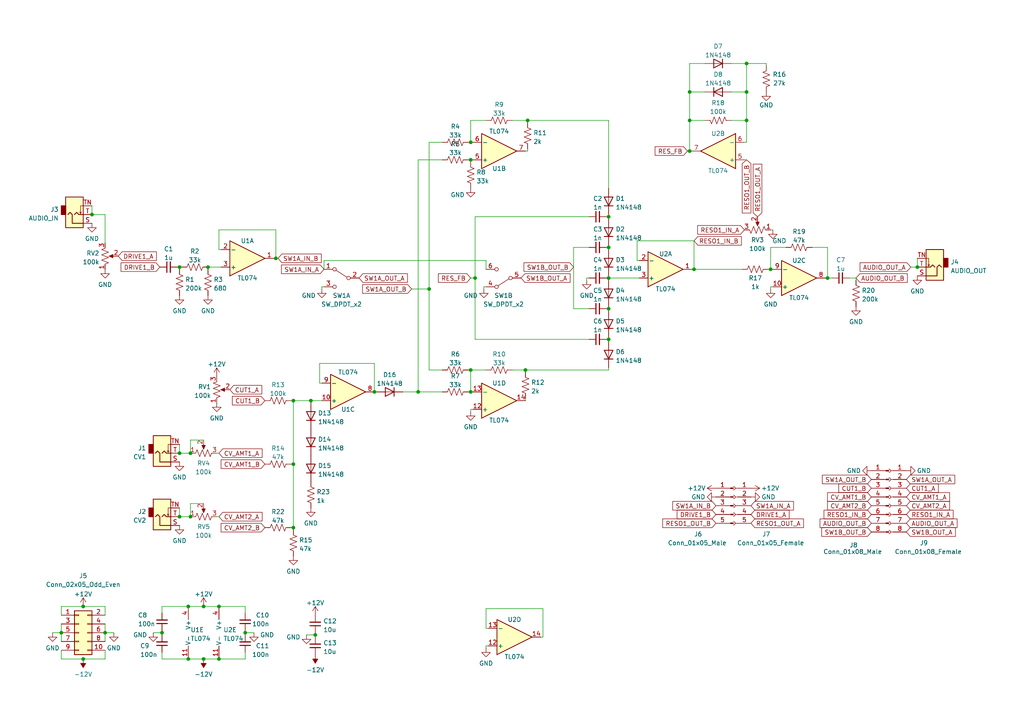
<source format=kicad_sch>
(kicad_sch (version 20211123) (generator eeschema)
  (paper "A4")
  (title_block (title "Moritz Klein Diode Ladder VCF") (rev "1") (company "Drachma Mfg"))
  (lib_symbols
    (symbol "Amplifier_Operational:TL074" (pin_names (offset 0.127))
      (property "Reference" "U" (at 0 5.08 0))
      (property "Value" "TL074" (at 0 -5.08 0))
      (symbol "TL074_1_1"
        (pin output line (at 7.62 0 180) (length 2.54) (name "~") (number "1"))
        (pin input line (at -7.62 -2.54 0) (length 2.54) (name "-") (number "2"))
        (pin input line (at -7.62 2.54 0) (length 2.54) (name "+") (number "3"))
      )
      (symbol "TL074_2_1"
        (pin input line (at -7.62 2.54 0) (length 2.54) (name "+") (number "5"))
        (pin input line (at -7.62 -2.54 0) (length 2.54) (name "-") (number "6"))
        (pin output line (at 7.62 0 180) (length 2.54) (name "~") (number "7"))
      )
      (symbol "TL074_3_1"
        (pin input line (at -7.62 2.54 0) (length 2.54) (name "+") (number "10"))
        (pin output line (at 7.62 0 180) (length 2.54) (name "~") (number "8"))
        (pin input line (at -7.62 -2.54 0) (length 2.54) (name "-") (number "9"))
      )
      (symbol "TL074_4_1"
        (pin input line (at -7.62 2.54 0) (length 2.54) (name "+") (number "12"))
        (pin input line (at -7.62 -2.54 0) (length 2.54) (name "-") (number "13"))
        (pin output line (at 7.62 0 180) (length 2.54) (name "~") (number "14"))
      )
      (symbol "TL074_5_1"
        (pin power_in line (at -2.54 -7.62 90) (length 3.81) (name "V-") (number "11"))
        (pin power_in line (at -2.54 7.62 270) (length 3.81) (name "V+") (number "4"))
      )
    )
    (symbol "Connector:AudioJack2_SwitchT"
      (property "Reference" "J" (at 0 8.89 0))
      (property "Value" "AudioJack2_SwitchT" (at 0 6.35 0))
      (symbol "AudioJack2_SwitchT_1_1"
        (pin passive line (at 5.08 2.54 180) (length 2.54) (name "~") (number "S"))
        (pin passive line (at 5.08 0 180) (length 2.54) (name "~") (number "T"))
        (pin passive line (at 5.08 -2.54 180) (length 2.54) (name "~") (number "TN"))
      )
    )
    (symbol "Connector:Conn_01x05_Female" (pin_names (offset 1.016) hide)
      (property "Reference" "J" (at 0 7.62 0))
      (property "Value" "Conn_01x05_Female" (at 0 -7.62 0))
      (symbol "Conn_01x05_Female_1_1"
        (pin passive line (at -5.08 5.08 0) (length 3.81) (name "Pin_1") (number "1"))
        (pin passive line (at -5.08 2.54 0) (length 3.81) (name "Pin_2") (number "2"))
        (pin passive line (at -5.08 0 0) (length 3.81) (name "Pin_3") (number "3"))
        (pin passive line (at -5.08 -2.54 0) (length 3.81) (name "Pin_4") (number "4"))
        (pin passive line (at -5.08 -5.08 0) (length 3.81) (name "Pin_5") (number "5"))
      )
    )
    (symbol "Connector:Conn_01x05_Male" (pin_names (offset 1.016) hide)
      (property "Reference" "J" (at 0 7.62 0))
      (property "Value" "Conn_01x05_Male" (at 0 -7.62 0))
      (symbol "Conn_01x05_Male_1_1"
        (pin passive line (at 5.08 5.08 180) (length 3.81) (name "Pin_1") (number "1"))
        (pin passive line (at 5.08 2.54 180) (length 3.81) (name "Pin_2") (number "2"))
        (pin passive line (at 5.08 0 180) (length 3.81) (name "Pin_3") (number "3"))
        (pin passive line (at 5.08 -2.54 180) (length 3.81) (name "Pin_4") (number "4"))
        (pin passive line (at 5.08 -5.08 180) (length 3.81) (name "Pin_5") (number "5"))
      )
    )
    (symbol "Connector:Conn_01x08_Female" (pin_names (offset 1.016) hide)
      (property "Reference" "J" (at 0 10.16 0))
      (property "Value" "Conn_01x08_Female" (at 0 -12.7 0))
      (symbol "Conn_01x08_Female_1_1"
        (pin passive line (at -5.08 7.62 0) (length 3.81) (name "Pin_1") (number "1"))
        (pin passive line (at -5.08 5.08 0) (length 3.81) (name "Pin_2") (number "2"))
        (pin passive line (at -5.08 2.54 0) (length 3.81) (name "Pin_3") (number "3"))
        (pin passive line (at -5.08 0 0) (length 3.81) (name "Pin_4") (number "4"))
        (pin passive line (at -5.08 -2.54 0) (length 3.81) (name "Pin_5") (number "5"))
        (pin passive line (at -5.08 -5.08 0) (length 3.81) (name "Pin_6") (number "6"))
        (pin passive line (at -5.08 -7.62 0) (length 3.81) (name "Pin_7") (number "7"))
        (pin passive line (at -5.08 -10.16 0) (length 3.81) (name "Pin_8") (number "8"))
      )
    )
    (symbol "Connector:Conn_01x08_Male" (pin_names (offset 1.016) hide)
      (property "Reference" "J" (at 0 10.16 0))
      (property "Value" "Conn_01x08_Male" (at 0 -12.7 0))
      (symbol "Conn_01x08_Male_1_1"
        (pin passive line (at 5.08 7.62 180) (length 3.81) (name "Pin_1") (number "1"))
        (pin passive line (at 5.08 5.08 180) (length 3.81) (name "Pin_2") (number "2"))
        (pin passive line (at 5.08 2.54 180) (length 3.81) (name "Pin_3") (number "3"))
        (pin passive line (at 5.08 0 180) (length 3.81) (name "Pin_4") (number "4"))
        (pin passive line (at 5.08 -2.54 180) (length 3.81) (name "Pin_5") (number "5"))
        (pin passive line (at 5.08 -5.08 180) (length 3.81) (name "Pin_6") (number "6"))
        (pin passive line (at 5.08 -7.62 180) (length 3.81) (name "Pin_7") (number "7"))
        (pin passive line (at 5.08 -10.16 180) (length 3.81) (name "Pin_8") (number "8"))
      )
    )
    (symbol "Connector_Generic:Conn_02x05_Odd_Even" (pin_names (offset 1.016) hide)
      (property "Reference" "J" (at 1.27 7.62 0))
      (property "Value" "Conn_02x05_Odd_Even" (at 1.27 -7.62 0))
      (symbol "Conn_02x05_Odd_Even_1_1"
        (pin passive line (at -5.08 5.08 0) (length 3.81) (name "Pin_1") (number "1"))
        (pin passive line (at 7.62 -5.08 180) (length 3.81) (name "Pin_10") (number "10"))
        (pin passive line (at 7.62 5.08 180) (length 3.81) (name "Pin_2") (number "2"))
        (pin passive line (at -5.08 2.54 0) (length 3.81) (name "Pin_3") (number "3"))
        (pin passive line (at 7.62 2.54 180) (length 3.81) (name "Pin_4") (number "4"))
        (pin passive line (at -5.08 0 0) (length 3.81) (name "Pin_5") (number "5"))
        (pin passive line (at 7.62 0 180) (length 3.81) (name "Pin_6") (number "6"))
        (pin passive line (at -5.08 -2.54 0) (length 3.81) (name "Pin_7") (number "7"))
        (pin passive line (at 7.62 -2.54 180) (length 3.81) (name "Pin_8") (number "8"))
        (pin passive line (at -5.08 -5.08 0) (length 3.81) (name "Pin_9") (number "9"))
      )
    )
    (symbol "Device:C_Small" (pin_numbers hide) (pin_names (offset 0.254) hide)
      (property "Reference" "C" (at 0.254 1.778 0))
      (property "Value" "C_Small" (at 0.254 -2.032 0))
      (symbol "C_Small_1_1"
        (pin passive line (at 0 2.54 270) (length 2.032) (name "~") (number "1"))
        (pin passive line (at 0 -2.54 90) (length 2.032) (name "~") (number "2"))
      )
    )
    (symbol "Device:D" (pin_numbers hide) (pin_names (offset 1.016) hide)
      (property "Reference" "D" (at 0 2.54 0))
      (property "Value" "D" (at 0 -2.54 0))
      (symbol "D_1_1"
        (pin passive line (at -3.81 0 0) (length 2.54) (name "K") (number "1"))
        (pin passive line (at 3.81 0 180) (length 2.54) (name "A") (number "2"))
      )
    )
    (symbol "Device:R_Potentiometer_US" (pin_names (offset 1.016) hide)
      (property "Reference" "RV" (at -4.445 0 90))
      (property "Value" "R_Potentiometer_US" (at -2.54 0 90))
      (symbol "R_Potentiometer_US_1_1"
        (pin passive line (at 0 3.81 270) (length 1.27) (name "1") (number "1"))
        (pin passive line (at 3.81 0 180) (length 1.27) (name "2") (number "2"))
        (pin passive line (at 0 -3.81 90) (length 1.27) (name "3") (number "3"))
      )
    )
    (symbol "Device:R_US" (pin_numbers hide) (pin_names (offset 0))
      (property "Reference" "R" (at 2.54 0 90))
      (property "Value" "R_US" (at -2.54 0 90))
      (symbol "R_US_1_1"
        (pin passive line (at 0 3.81 270) (length 1.27) (name "~") (number "1"))
        (pin passive line (at 0 -3.81 90) (length 1.27) (name "~") (number "2"))
      )
    )
    (symbol "Switch:SW_DPDT_x2" (pin_names (offset 0) hide)
      (property "Reference" "SW" (at 0 4.318 0))
      (property "Value" "SW_DPDT_x2" (at 0 -5.08 0))
      (symbol "SW_DPDT_x2_1_1"
        (pin passive line (at 5.08 2.54 180) (length 2.54) (name "A") (number "1"))
        (pin passive line (at -5.08 0 0) (length 2.54) (name "B") (number "2"))
        (pin passive line (at 5.08 -2.54 180) (length 2.54) (name "C") (number "3"))
      )
      (symbol "SW_DPDT_x2_2_1"
        (pin passive line (at 5.08 2.54 180) (length 2.54) (name "A") (number "4"))
        (pin passive line (at -5.08 0 0) (length 2.54) (name "B") (number "5"))
        (pin passive line (at 5.08 -2.54 180) (length 2.54) (name "C") (number "6"))
      )
    )
    (symbol "power:+12V" (power) (pin_names (offset 0))
      (property "Value" "+12V" (at 0 3.556 0))
      (symbol "+12V_1_1"
        (pin power_in line (at 0 0 90) (length 0) hide (name "+12V") (number "1"))
      )
    )
    (symbol "power:-12V" (power) (pin_names (offset 0))
      (property "Value" "-12V" (at 0 3.81 0))
      (symbol "-12V_0_0"
        (pin power_in line (at 0 0 90) (length 0) hide (name "-12V") (number "1"))
      )
    )
    (symbol "power:GND" (power) (pin_names (offset 0))
      (property "Value" "GND" (at 0 -3.81 0))
      (symbol "GND_1_1"
        (pin power_in line (at 0 0 270) (length 0) hide (name "GND") (number "1"))
      )
    )
  )
  (junction (at 55.245 149.86))
  (junction (at 136.525 107.315))
  (junction (at 201.295 78.105))
  (junction (at 59.055 191.135))
  (junction (at 52.07 149.86))
  (junction (at 60.325 77.47))
  (junction (at 59.055 175.895))
  (junction (at 30.48 183.515))
  (junction (at 63.5 191.135))
  (junction (at 54.61 175.895))
  (junction (at 200.025 34.925))
  (junction (at 153.035 34.925))
  (junction (at 52.07 131.445))
  (junction (at 54.61 191.135))
  (junction (at 85.09 116.205))
  (junction (at 216.535 34.925))
  (junction (at 46.99 183.515))
  (junction (at 85.09 153.035))
  (junction (at 124.46 83.82))
  (junction (at 136.525 46.355))
  (junction (at 137.795 80.645))
  (junction (at 63.5 175.895))
  (junction (at 216.535 18.415))
  (junction (at 240.03 80.645))
  (junction (at 24.13 175.895))
  (junction (at 108.585 113.665))
  (junction (at 121.285 113.665))
  (junction (at 85.09 134.62))
  (junction (at 176.53 62.865))
  (junction (at 91.44 184.15))
  (junction (at 90.17 116.205))
  (junction (at 176.53 71.755))
  (junction (at 200.025 26.67))
  (junction (at 80.01 74.93))
  (junction (at 176.53 98.425))
  (junction (at 266.065 77.47))
  (junction (at 216.535 26.67))
  (junction (at 200.025 43.815))
  (junction (at 71.12 183.515))
  (junction (at 176.53 89.535))
  (junction (at 136.525 113.665))
  (junction (at 26.67 62.23))
  (junction (at 17.78 183.515))
  (junction (at 176.53 80.645))
  (junction (at 52.07 77.47))
  (junction (at 136.525 41.275))
  (junction (at 55.245 131.445))
  (junction (at 152.4 107.315))
  (junction (at 223.52 78.105))
  (junction (at 24.13 191.135))
  (wire (pts (xy 152.4 107.315) (xy 152.4 107.95)))
  (wire (pts (xy 141.605 187.325) (xy 140.97 187.325)))
  (wire (pts (xy 17.78 180.975) (xy 17.78 183.515)))
  (wire (pts (xy 176.53 106.68) (xy 176.53 107.315)))
  (wire (pts (xy 137.795 80.645) (xy 137.795 98.425)))
  (wire (pts (xy 93.98 75.565) (xy 140.97 75.565)))
  (wire (pts (xy 92.71 105.41) (xy 108.585 105.41)))
  (wire (pts (xy 46.99 177.8) (xy 46.99 175.895)))
  (wire (pts (xy 137.16 118.745) (xy 136.525 118.745)))
  (wire (pts (xy 63.5 175.895) (xy 71.12 175.895)))
  (wire (pts (xy 52.07 77.47) (xy 52.07 78.105)))
  (wire (pts (xy 80.01 74.93) (xy 79.375 74.93)))
  (wire (pts (xy 62.865 131.445) (xy 63.5 131.445)))
  (wire (pts (xy 176.53 97.79) (xy 176.53 98.425)))
  (wire (pts (xy 157.48 176.53) (xy 157.48 184.785)))
  (wire (pts (xy 30.48 180.975) (xy 30.48 183.515)))
  (wire (pts (xy 215.9 41.275) (xy 216.535 41.275)))
  (wire (pts (xy 63.5 66.675) (xy 63.5 72.39)))
  (wire (pts (xy 201.295 78.105) (xy 215.265 78.105)))
  (wire (pts (xy 175.895 62.865) (xy 176.53 62.865)))
  (wire (pts (xy 140.97 187.325) (xy 140.97 187.96)))
  (wire (pts (xy 136.525 107.315) (xy 140.97 107.315)))
  (wire (pts (xy 17.78 191.135) (xy 17.78 188.595)))
  (wire (pts (xy 30.48 191.135) (xy 24.13 191.135)))
  (wire (pts (xy 108.585 105.41) (xy 108.585 113.665)))
  (wire (pts (xy 85.09 116.205) (xy 90.17 116.205)))
  (wire (pts (xy 136.525 80.645) (xy 137.795 80.645)))
  (wire (pts (xy 52.07 149.86) (xy 55.245 149.86)))
  (wire (pts (xy 136.525 113.665) (xy 136.525 107.315)))
  (wire (pts (xy 30.48 183.515) (xy 33.02 183.515)))
  (wire (pts (xy 63.5 72.39) (xy 64.135 72.39)))
  (wire (pts (xy 54.61 175.895) (xy 59.055 175.895)))
  (wire (pts (xy 140.97 176.53) (xy 157.48 176.53)))
  (wire (pts (xy 84.455 134.62) (xy 85.09 134.62)))
  (wire (pts (xy 124.46 83.82) (xy 124.46 107.315)))
  (wire (pts (xy 85.09 153.035) (xy 85.09 153.67)))
  (wire (pts (xy 63.5 191.135) (xy 71.12 191.135)))
  (wire (pts (xy 136.525 113.665) (xy 137.16 113.665)))
  (wire (pts (xy 200.025 26.67) (xy 200.025 34.925)))
  (wire (pts (xy 216.535 34.925) (xy 212.09 34.925)))
  (wire (pts (xy 148.59 34.925) (xy 153.035 34.925)))
  (wire (pts (xy 135.89 41.275) (xy 136.525 41.275)))
  (wire (pts (xy 200.025 18.415) (xy 200.025 26.67)))
  (wire (pts (xy 176.53 88.9) (xy 176.53 89.535)))
  (wire (pts (xy 93.345 83.185) (xy 93.345 83.82)))
  (wire (pts (xy 175.895 89.535) (xy 176.53 89.535)))
  (wire (pts (xy 135.89 113.665) (xy 136.525 113.665)))
  (wire (pts (xy 153.035 43.815) (xy 152.4 43.815)))
  (wire (pts (xy 153.035 34.925) (xy 153.035 35.56)))
  (wire (pts (xy 116.84 113.665) (xy 121.285 113.665)))
  (wire (pts (xy 166.37 89.535) (xy 170.815 89.535)))
  (wire (pts (xy 264.16 77.47) (xy 266.065 77.47)))
  (wire (pts (xy 92.71 111.125) (xy 93.345 111.125)))
  (wire (pts (xy 152.4 115.57) (xy 152.4 116.205)))
  (wire (pts (xy 175.895 80.645) (xy 176.53 80.645)))
  (wire (pts (xy 137.795 62.865) (xy 137.795 80.645)))
  (wire (pts (xy 52.07 147.32) (xy 52.07 149.86)))
  (wire (pts (xy 59.055 191.135) (xy 63.5 191.135)))
  (wire (pts (xy 140.97 176.53) (xy 140.97 182.245)))
  (wire (pts (xy 135.89 107.315) (xy 136.525 107.315)))
  (wire (pts (xy 136.525 41.275) (xy 137.16 41.275)))
  (wire (pts (xy 176.53 71.755) (xy 176.53 72.39)))
  (wire (pts (xy 128.27 41.275) (xy 124.46 41.275)))
  (wire (pts (xy 62.865 149.86) (xy 63.5 149.86)))
  (wire (pts (xy 71.12 183.515) (xy 71.12 184.15)))
  (wire (pts (xy 223.52 71.755) (xy 227.965 71.755)))
  (wire (pts (xy 201.295 69.85) (xy 201.295 78.105)))
  (wire (pts (xy 215.9 46.355) (xy 216.535 46.355)))
  (wire (pts (xy 204.47 26.67) (xy 200.025 26.67)))
  (wire (pts (xy 216.535 18.415) (xy 212.09 18.415)))
  (wire (pts (xy 176.53 80.645) (xy 185.42 80.645)))
  (wire (pts (xy 175.895 71.755) (xy 176.53 71.755)))
  (wire (pts (xy 223.52 66.675) (xy 224.155 66.675)))
  (wire (pts (xy 108.585 113.665) (xy 109.22 113.665)))
  (wire (pts (xy 204.47 18.415) (xy 200.025 18.415)))
  (wire (pts (xy 60.325 77.47) (xy 64.135 77.47)))
  (wire (pts (xy 176.53 71.12) (xy 176.53 71.755)))
  (wire (pts (xy 80.01 66.675) (xy 80.01 74.93)))
  (wire (pts (xy 140.97 182.245) (xy 141.605 182.245)))
  (wire (pts (xy 223.52 83.185) (xy 223.52 83.82)))
  (wire (pts (xy 52.07 128.905) (xy 52.07 131.445)))
  (wire (pts (xy 80.01 74.93) (xy 80.645 74.93)))
  (wire (pts (xy 135.89 46.355) (xy 136.525 46.355)))
  (wire (pts (xy 46.99 189.23) (xy 46.99 191.135)))
  (wire (pts (xy 24.13 175.895) (xy 17.78 175.895)))
  (wire (pts (xy 136.525 46.355) (xy 137.16 46.355)))
  (wire (pts (xy 51.435 77.47) (xy 52.07 77.47)))
  (wire (pts (xy 92.71 105.41) (xy 92.71 111.125)))
  (wire (pts (xy 184.785 75.565) (xy 185.42 75.565)))
  (wire (pts (xy 223.52 78.105) (xy 223.52 71.755)))
  (wire (pts (xy 84.455 153.035) (xy 85.09 153.035)))
  (wire (pts (xy 140.335 83.185) (xy 140.335 83.82)))
  (wire (pts (xy 17.78 175.895) (xy 17.78 178.435)))
  (wire (pts (xy 93.98 75.565) (xy 93.98 78.105)))
  (wire (pts (xy 71.12 183.515) (xy 73.66 183.515)))
  (wire (pts (xy 59.055 127.635) (xy 55.245 127.635)))
  (wire (pts (xy 216.535 26.67) (xy 212.09 26.67)))
  (wire (pts (xy 222.25 18.415) (xy 216.535 18.415)))
  (wire (pts (xy 60.325 77.47) (xy 60.325 78.105)))
  (wire (pts (xy 200.66 78.105) (xy 201.295 78.105)))
  (wire (pts (xy 91.44 184.15) (xy 88.9 184.15)))
  (wire (pts (xy 30.48 62.23) (xy 30.48 70.485)))
  (wire (pts (xy 176.53 34.925) (xy 176.53 54.61)))
  (wire (pts (xy 124.46 41.275) (xy 124.46 83.82)))
  (wire (pts (xy 52.07 77.47) (xy 52.705 77.47)))
  (wire (pts (xy 91.44 184.15) (xy 91.44 184.785)))
  (wire (pts (xy 148.59 107.315) (xy 152.4 107.315)))
  (wire (pts (xy 136.525 46.355) (xy 136.525 46.99)))
  (wire (pts (xy 170.18 80.645) (xy 170.18 81.28)))
  (wire (pts (xy 200.025 43.815) (xy 200.66 43.815)))
  (wire (pts (xy 136.525 34.925) (xy 140.97 34.925)))
  (wire (pts (xy 248.285 81.28) (xy 248.285 80.645)))
  (wire (pts (xy 30.48 175.895) (xy 24.13 175.895)))
  (wire (pts (xy 17.78 183.515) (xy 15.24 183.515)))
  (wire (pts (xy 71.12 182.88) (xy 71.12 183.515)))
  (wire (pts (xy 240.03 80.645) (xy 241.3 80.645)))
  (wire (pts (xy 240.03 71.755) (xy 240.03 80.645)))
  (wire (pts (xy 204.47 34.925) (xy 200.025 34.925)))
  (wire (pts (xy 71.12 177.8) (xy 71.12 175.895)))
  (wire (pts (xy 216.535 18.415) (xy 216.535 26.67)))
  (wire (pts (xy 46.99 175.895) (xy 54.61 175.895)))
  (wire (pts (xy 166.37 71.755) (xy 166.37 89.535)))
  (wire (pts (xy 55.245 146.05) (xy 55.245 149.86)))
  (wire (pts (xy 266.065 74.93) (xy 266.065 77.47)))
  (wire (pts (xy 46.99 183.515) (xy 46.99 184.15)))
  (wire (pts (xy 240.03 80.645) (xy 239.395 80.645)))
  (wire (pts (xy 152.4 107.315) (xy 176.53 107.315)))
  (wire (pts (xy 54.61 191.135) (xy 59.055 191.135)))
  (wire (pts (xy 85.09 116.205) (xy 85.09 134.62)))
  (wire (pts (xy 224.155 83.185) (xy 223.52 83.185)))
  (wire (pts (xy 166.37 71.755) (xy 170.815 71.755)))
  (wire (pts (xy 30.48 178.435) (xy 30.48 175.895)))
  (wire (pts (xy 85.09 134.62) (xy 85.09 153.035)))
  (wire (pts (xy 136.525 118.745) (xy 136.525 119.38)))
  (wire (pts (xy 184.785 69.85) (xy 184.785 75.565)))
  (wire (pts (xy 137.795 98.425) (xy 170.815 98.425)))
  (wire (pts (xy 136.525 41.275) (xy 136.525 34.925)))
  (wire (pts (xy 223.52 78.105) (xy 224.155 78.105)))
  (wire (pts (xy 90.17 116.205) (xy 93.345 116.205)))
  (wire (pts (xy 17.78 183.515) (xy 17.78 186.055)))
  (wire (pts (xy 176.53 89.535) (xy 176.53 90.17)))
  (wire (pts (xy 121.285 113.665) (xy 128.27 113.665)))
  (wire (pts (xy 30.48 188.595) (xy 30.48 191.135)))
  (wire (pts (xy 246.38 80.645) (xy 248.285 80.645)))
  (wire (pts (xy 200.025 34.925) (xy 200.025 43.815)))
  (wire (pts (xy 176.53 98.425) (xy 176.53 99.06)))
  (wire (pts (xy 63.5 66.675) (xy 80.01 66.675)))
  (wire (pts (xy 55.245 127.635) (xy 55.245 131.445)))
  (wire (pts (xy 46.99 182.88) (xy 46.99 183.515)))
  (wire (pts (xy 84.455 116.205) (xy 85.09 116.205)))
  (wire (pts (xy 119.38 83.82) (xy 124.46 83.82)))
  (wire (pts (xy 121.285 46.355) (xy 121.285 113.665)))
  (wire (pts (xy 71.12 189.23) (xy 71.12 191.135)))
  (wire (pts (xy 200.025 43.815) (xy 199.39 43.815)))
  (wire (pts (xy 175.895 98.425) (xy 176.53 98.425)))
  (wire (pts (xy 91.44 183.515) (xy 91.44 184.15)))
  (wire (pts (xy 170.815 62.865) (xy 137.795 62.865)))
  (wire (pts (xy 222.25 19.05) (xy 222.25 18.415)))
  (wire (pts (xy 216.535 26.67) (xy 216.535 34.925)))
  (wire (pts (xy 184.785 69.85) (xy 201.295 69.85)))
  (wire (pts (xy 176.53 62.865) (xy 176.53 62.23)))
  (wire (pts (xy 170.815 80.645) (xy 170.18 80.645)))
  (wire (pts (xy 59.055 175.895) (xy 63.5 175.895)))
  (wire (pts (xy 128.27 107.315) (xy 124.46 107.315)))
  (wire (pts (xy 90.17 116.205) (xy 90.17 116.84)))
  (wire (pts (xy 140.97 83.185) (xy 140.335 83.185)))
  (wire (pts (xy 24.13 191.135) (xy 17.78 191.135)))
  (wire (pts (xy 26.67 62.23) (xy 30.48 62.23)))
  (wire (pts (xy 153.035 43.18) (xy 153.035 43.815)))
  (wire (pts (xy 140.97 75.565) (xy 140.97 78.105)))
  (wire (pts (xy 176.53 80.645) (xy 176.53 81.28)))
  (wire (pts (xy 176.53 80.01) (xy 176.53 80.645)))
  (wire (pts (xy 128.27 46.355) (xy 121.285 46.355)))
  (wire (pts (xy 52.07 131.445) (xy 55.245 131.445)))
  (wire (pts (xy 216.535 41.275) (xy 216.535 34.925)))
  (wire (pts (xy 93.98 83.185) (xy 93.345 83.185)))
  (wire (pts (xy 46.99 183.515) (xy 44.45 183.515)))
  (wire (pts (xy 59.055 146.05) (xy 55.245 146.05)))
  (wire (pts (xy 153.035 34.925) (xy 176.53 34.925)))
  (wire (pts (xy 235.585 71.755) (xy 240.03 71.755)))
  (wire (pts (xy 46.99 191.135) (xy 54.61 191.135)))
  (wire (pts (xy 26.67 59.69) (xy 26.67 62.23)))
  (wire (pts (xy 222.885 78.105) (xy 223.52 78.105)))
  (wire (pts (xy 157.48 184.785) (xy 156.845 184.785)))
  (wire (pts (xy 30.48 183.515) (xy 30.48 186.055)))
  (wire (pts (xy 176.53 62.865) (xy 176.53 63.5)))
  (global_label "CUT1_A" (shape input) (at 262.89 141.605 0) (property "Intersheet References" "${INTERSHEET_REFS}" (effects hide)))
  (global_label "CV_AMT2_A" (shape input) (at 63.5 149.86 0) (property "Intersheet References" "${INTERSHEET_REFS}" (effects hide)))
  (global_label "SW1A_IN_B" (shape input) (at 80.645 74.93 0) (property "Intersheet References" "${INTERSHEET_REFS}" (effects hide)))
  (global_label "DRIVE1_A" (shape input) (at 217.805 149.225 0) (property "Intersheet References" "${INTERSHEET_REFS}" (effects hide)))
  (global_label "RESO1_IN_B" (shape input) (at 252.73 149.225 180) (property "Intersheet References" "${INTERSHEET_REFS}" (effects hide)))
  (global_label "SW1A_OUT_B" (shape input) (at 252.73 139.065 180) (property "Intersheet References" "${INTERSHEET_REFS}" (effects hide)))
  (global_label "SW1A_OUT_A" (shape input) (at 104.14 80.645 0) (property "Intersheet References" "${INTERSHEET_REFS}" (effects hide)))
  (global_label "SW1B_OUT_B" (shape input) (at 166.37 77.47 180) (property "Intersheet References" "${INTERSHEET_REFS}" (effects hide)))
  (global_label "RESO1_OUT_A" (shape input) (at 219.71 62.865 90) (property "Intersheet References" "${INTERSHEET_REFS}" (effects hide)))
  (global_label "SW1A_IN_A" (shape input) (at 217.805 146.685 0) (property "Intersheet References" "${INTERSHEET_REFS}" (effects hide)))
  (global_label "CV_AMT2_A" (shape input) (at 262.89 146.685 0) (property "Intersheet References" "${INTERSHEET_REFS}" (effects hide)))
  (global_label "DRIVE1_A" (shape input) (at 34.29 74.295 0) (property "Intersheet References" "${INTERSHEET_REFS}" (effects hide)))
  (global_label "CV_AMT1_B" (shape input) (at 252.73 144.145 180) (property "Intersheet References" "${INTERSHEET_REFS}" (effects hide)))
  (global_label "RES_FB" (shape input) (at 136.525 80.645 180) (property "Intersheet References" "${INTERSHEET_REFS}" (effects hide)))
  (global_label "RESO1_IN_B" (shape input) (at 201.295 69.85 0) (property "Intersheet References" "${INTERSHEET_REFS}" (effects hide)))
  (global_label "RESO1_IN_A" (shape input) (at 262.89 149.225 0) (property "Intersheet References" "${INTERSHEET_REFS}" (effects hide)))
  (global_label "CUT1_B" (shape input) (at 252.73 141.605 180) (property "Intersheet References" "${INTERSHEET_REFS}" (effects hide)))
  (global_label "AUDIO_OUT_B" (shape input) (at 252.73 151.765 180) (property "Intersheet References" "${INTERSHEET_REFS}" (effects hide)))
  (global_label "RESO1_IN_A" (shape input) (at 215.9 66.675 180) (property "Intersheet References" "${INTERSHEET_REFS}" (effects hide)))
  (global_label "SW1B_OUT_A" (shape input) (at 262.89 154.305 0) (property "Intersheet References" "${INTERSHEET_REFS}" (effects hide)))
  (global_label "SW1B_OUT_B" (shape input) (at 252.73 154.305 180) (property "Intersheet References" "${INTERSHEET_REFS}" (effects hide)))
  (global_label "RES_FB" (shape input) (at 199.39 43.815 180) (property "Intersheet References" "${INTERSHEET_REFS}" (effects hide)))
  (global_label "AUDIO_OUT_B" (shape input) (at 248.285 80.645 0) (property "Intersheet References" "${INTERSHEET_REFS}" (effects hide)))
  (global_label "AUDIO_OUT_A" (shape input) (at 262.89 151.765 0) (property "Intersheet References" "${INTERSHEET_REFS}" (effects hide)))
  (global_label "RESO1_OUT_B" (shape input) (at 207.645 151.765 180) (property "Intersheet References" "${INTERSHEET_REFS}" (effects hide)))
  (global_label "RESO1_OUT_B" (shape input) (at 216.535 46.355 270) (property "Intersheet References" "${INTERSHEET_REFS}" (effects hide)))
  (global_label "AUDIO_OUT_A" (shape input) (at 264.16 77.47 180) (property "Intersheet References" "${INTERSHEET_REFS}" (effects hide)))
  (global_label "SW1A_IN_B" (shape input) (at 207.645 146.685 180) (property "Intersheet References" "${INTERSHEET_REFS}" (effects hide)))
  (global_label "DRIVE1_B" (shape input) (at 207.645 149.225 180) (property "Intersheet References" "${INTERSHEET_REFS}" (effects hide)))
  (global_label "SW1B_OUT_A" (shape input) (at 151.13 80.645 0) (property "Intersheet References" "${INTERSHEET_REFS}" (effects hide)))
  (global_label "CUT1_A" (shape input) (at 66.675 113.03 0) (property "Intersheet References" "${INTERSHEET_REFS}" (effects hide)))
  (global_label "DRIVE1_B" (shape input) (at 46.355 77.47 180) (property "Intersheet References" "${INTERSHEET_REFS}" (effects hide)))
  (global_label "CUT1_B" (shape input) (at 76.835 116.205 180) (property "Intersheet References" "${INTERSHEET_REFS}" (effects hide)))
  (global_label "CV_AMT2_B" (shape input) (at 76.835 153.035 180) (property "Intersheet References" "${INTERSHEET_REFS}" (effects hide)))
  (global_label "CV_AMT1_B" (shape input) (at 76.835 134.62 180) (property "Intersheet References" "${INTERSHEET_REFS}" (effects hide)))
  (global_label "SW1A_OUT_A" (shape input) (at 262.89 139.065 0) (property "Intersheet References" "${INTERSHEET_REFS}" (effects hide)))
  (global_label "CV_AMT2_B" (shape input) (at 252.73 146.685 180) (property "Intersheet References" "${INTERSHEET_REFS}" (effects hide)))
  (global_label "CV_AMT1_A" (shape input) (at 262.89 144.145 0) (property "Intersheet References" "${INTERSHEET_REFS}" (effects hide)))
  (global_label "RESO1_OUT_A" (shape input) (at 217.805 151.765 0) (property "Intersheet References" "${INTERSHEET_REFS}" (effects hide)))
  (global_label "SW1A_OUT_B" (shape input) (at 119.38 83.82 180) (property "Intersheet References" "${INTERSHEET_REFS}" (effects hide)))
  (global_label "CV_AMT1_A" (shape input) (at 63.5 131.445 0) (property "Intersheet References" "${INTERSHEET_REFS}" (effects hide)))
  (global_label "SW1A_IN_A" (shape input) (at 93.98 78.105 180) (property "Intersheet References" "${INTERSHEET_REFS}" (effects hide)))
  (symbol (lib_id "power:+12V") (at 24.13 175.895 0) (unit 1)
    (property "Reference" "#PWR0118" (effects hide))
    (property "Value" "+12V" (at 24.13 172.3192 0))
  )
  (symbol (lib_id "power:GND") (at 52.07 152.4 0) (unit 1)
    (property "Reference" "#PWR0115" (effects hide))
    (property "Value" "GND" (at 52.07 156.8434 0))
  )
  (symbol (lib_id "Device:C_Small") (at 91.44 187.325 180) (unit 1)
    (property "Reference" "C13" (at 93.7641 186.4839 0) (effects (justify right)))
    (property "Value" "10u" (at 93.7641 189.0208 0) (effects (justify right)))
    (property "Footprint" "Capacitor_SMD:CP_Elec_5x5.4" (effects hide))
  )
  (symbol (lib_id "Device:R_US") (at 222.25 22.86 0) (mirror x) (unit 1)
    (property "Reference" "R16" (at 226.06 21.59 0))
    (property "Value" "27k" (at 226.06 24.13 0))
    (property "Footprint" "Resistor_SMD:R_0603_1608Metric_Pad0.98x0.95mm_HandSolder" (effects hide))
  )
  (symbol (lib_id "Device:D") (at 208.28 26.67 0) (mirror x) (unit 1)
    (property "Reference" "D8" (at 208.28 21.59 0))
    (property "Value" "1N4148" (at 208.28 24.13 0))
    (property "Footprint" "Diode_SMD:D_SOD-323_HandSoldering" (effects hide))
  )
  (symbol (lib_id "Device:C_Small") (at 173.355 89.535 90) (unit 1)
    (property "Reference" "C5" (at 173.3613 84.2731 90))
    (property "Value" "1n" (at 173.3613 86.81 90))
    (property "Footprint" "Capacitor_SMD:C_0603_1608Metric_Pad1.08x0.95mm_HandSolder" (effects hide))
  )
  (symbol (lib_id "Device:C_Small") (at 173.355 98.425 90) (unit 1)
    (property "Reference" "C6" (at 173.3613 93.1631 90))
    (property "Value" "1n" (at 173.3613 95.7 90))
    (property "Footprint" "Capacitor_SMD:C_0603_1608Metric_Pad1.08x0.95mm_HandSolder" (effects hide))
  )
  (symbol (lib_id "Amplifier_Operational:TL074") (at 71.755 74.93 0) (mirror x) (unit 1)
    (property "Reference" "U1" (at 71.755 69.85 0))
    (property "Value" "TL074" (at 71.755 80.645 0))
    (property "Footprint" "Package_SO:SOIC-14_3.9x8.7mm_P1.27mm" (effects hide))
    (property "Datasheet" "http://www.ti.com/lit/ds/symlink/tl071.pdf" (effects hide))
  )
  (symbol (lib_id "power:GND") (at 217.805 144.145 90) (unit 1)
    (property "Reference" "#PWR0135" (effects hide))
    (property "Value" "GND" (at 222.885 144.145 90))
  )
  (symbol (lib_id "Device:R_Potentiometer_US") (at 30.48 74.295 0) (mirror x) (unit 1)
    (property "Reference" "RV2" (at 28.829 73.4603 0) (effects (justify right)))
    (property "Value" "100k" (at 28.829 75.9972 0) (effects (justify right)))
    (property "Footprint" "1_CUSTOM:Potentiometer_Alpha_Metal" (effects hide))
  )
  (symbol (lib_id "power:GND") (at 33.02 183.515 0) (unit 1)
    (property "Reference" "#PWR0127" (effects hide))
    (property "Value" "GND" (at 33.02 187.9584 0))
  )
  (symbol (lib_id "Device:C_Small") (at 243.84 80.645 90) (unit 1)
    (property "Reference" "C7" (at 243.8463 75.3831 90))
    (property "Value" "1u" (at 243.8463 77.92 90))
    (property "Footprint" "Capacitor_SMD:C_0603_1608Metric_Pad1.08x0.95mm_HandSolder" (effects hide))
  )
  (symbol (lib_id "Device:R_US") (at 80.645 116.205 90) (unit 1)
    (property "Reference" "R13" (at 80.645 111.6162 90))
    (property "Value" "100k" (at 80.645 114.1531 90))
    (property "Footprint" "Resistor_SMD:R_0603_1608Metric_Pad0.98x0.95mm_HandSolder" (effects hide))
  )
  (symbol (lib_id "Amplifier_Operational:TL074") (at 100.965 113.665 0) (mirror x) (unit 3)
    (property "Reference" "U1" (at 100.965 118.745 0))
    (property "Value" "TL074" (at 100.965 107.95 0))
    (property "Footprint" "Package_SO:SOIC-14_3.9x8.7mm_P1.27mm" (effects hide))
    (property "Datasheet" "http://www.ti.com/lit/ds/symlink/tl071.pdf" (effects hide))
  )
  (symbol (lib_id "power:GND") (at 207.645 144.145 270) (mirror x) (unit 1)
    (property "Reference" "#PWR0136" (effects hide))
    (property "Value" "GND" (at 202.565 144.145 90))
  )
  (symbol (lib_id "power:GND") (at 93.345 83.82 0) (unit 1)
    (property "Reference" "#PWR0101" (effects hide))
    (property "Value" "GND" (at 89.535 85.725 0))
  )
  (symbol (lib_id "Amplifier_Operational:TL074") (at 193.04 78.105 0) (mirror x) (unit 1)
    (property "Reference" "U2" (at 193.04 73.66 0))
    (property "Value" "TL074" (at 193.04 83.82 0))
    (property "Footprint" "Package_SO:SOIC-14_3.9x8.7mm_P1.27mm" (effects hide))
    (property "Datasheet" "http://www.ti.com/lit/ds/symlink/tl071.pdf" (effects hide))
  )
  (symbol (lib_id "power:+12V") (at 59.055 175.895 0) (unit 1)
    (property "Reference" "#PWR0123" (effects hide))
    (property "Value" "+12V" (at 59.055 172.3192 0))
  )
  (symbol (lib_id "power:+12V") (at 207.645 141.605 90) (unit 1)
    (property "Reference" "#PWR0137" (effects hide))
    (property "Value" "+12V" (at 199.39 141.605 90) (effects (justify right)))
  )
  (symbol (lib_id "Device:R_Potentiometer_US") (at 62.865 113.03 0) (mirror x) (unit 1)
    (property "Reference" "RV1" (at 61.2141 112.1953 0) (effects (justify right)))
    (property "Value" "100k" (at 61.2141 114.7322 0) (effects (justify right)))
    (property "Footprint" "1_CUSTOM:Potentiometer_Alpha_Metal" (effects hide))
  )
  (symbol (lib_id "Device:D") (at 176.53 93.98 90) (unit 1)
    (property "Reference" "D5" (at 178.562 93.1453 90) (effects (justify right)))
    (property "Value" "1N4148" (at 178.562 95.6822 90) (effects (justify right)))
    (property "Footprint" "Diode_SMD:D_SOD-323_HandSoldering" (effects hide))
  )
  (symbol (lib_id "Device:R_US") (at 85.09 157.48 180) (unit 1)
    (property "Reference" "R15" (at 86.741 156.6453 0) (effects (justify right)))
    (property "Value" "47k" (at 86.741 159.1822 0) (effects (justify right)))
    (property "Footprint" "Resistor_SMD:R_0603_1608Metric_Pad0.98x0.95mm_HandSolder" (effects hide))
  )
  (symbol (lib_id "power:GND") (at 15.24 183.515 0) (mirror y) (unit 1)
    (property "Reference" "#PWR0128" (effects hide))
    (property "Value" "GND" (at 15.24 187.9584 0))
  )
  (symbol (lib_id "Device:R_US") (at 132.08 46.355 90) (unit 1)
    (property "Reference" "R5" (at 132.08 41.7662 90))
    (property "Value" "33k" (at 132.08 44.3031 90))
    (property "Footprint" "Resistor_SMD:R_0603_1608Metric_Pad0.98x0.95mm_HandSolder" (effects hide))
  )
  (symbol (lib_id "power:GND") (at 88.9 184.15 0) (mirror y) (unit 1)
    (property "Reference" "#PWR0131" (effects hide))
    (property "Value" "GND" (at 85.09 184.785 0))
  )
  (symbol (lib_id "Device:D") (at 90.17 135.89 90) (unit 1)
    (property "Reference" "D15" (at 92.202 135.0553 90) (effects (justify right)))
    (property "Value" "1N4148" (at 92.202 137.5922 90) (effects (justify right)))
    (property "Footprint" "Diode_SMD:D_SOD-323_HandSoldering" (effects hide))
  )
  (symbol (lib_id "Device:R_US") (at 132.08 107.315 90) (unit 1)
    (property "Reference" "R6" (at 132.08 102.7262 90))
    (property "Value" "33k" (at 132.08 105.2631 90))
    (property "Footprint" "Resistor_SMD:R_0603_1608Metric_Pad0.98x0.95mm_HandSolder" (effects hide))
  )
  (symbol (lib_id "Device:C_Small") (at 48.895 77.47 90) (unit 1)
    (property "Reference" "C1" (at 48.9013 72.2081 90))
    (property "Value" "1u" (at 48.9013 74.745 90))
    (property "Footprint" "Capacitor_SMD:C_0603_1608Metric_Pad1.08x0.95mm_HandSolder" (effects hide))
  )
  (symbol (lib_id "power:GND") (at 140.97 187.96 0) (unit 1)
    (property "Reference" "#PWR0121" (effects hide))
    (property "Value" "GND" (at 140.97 192.4034 0))
  )
  (symbol (lib_id "Connector:AudioJack2_SwitchT") (at 271.145 77.47 180) (unit 1)
    (property "Reference" "J4" (at 275.717 76.0003 0) (effects (justify right)))
    (property "Value" "AUDIO_OUT" (at 275.717 78.5372 0) (effects (justify right)))
    (property "Footprint" "1_CUSTOM:Jack_3.5mm_QingPu_WQP-PJ398SM_Vertical_CircularHoles_Compact" (effects hide))
  )
  (symbol (lib_id "Device:D") (at 176.53 67.31 90) (unit 1)
    (property "Reference" "D2" (at 178.562 66.4753 90) (effects (justify right)))
    (property "Value" "1N4148" (at 178.562 69.0122 90) (effects (justify right)))
    (property "Footprint" "Diode_SMD:D_SOD-323_HandSoldering" (effects hide))
  )
  (symbol (lib_id "Device:C_Small") (at 173.355 62.865 90) (unit 1)
    (property "Reference" "C2" (at 173.3613 57.6031 90))
    (property "Value" "1n" (at 173.3613 60.14 90))
    (property "Footprint" "Capacitor_SMD:C_0603_1608Metric_Pad1.08x0.95mm_HandSolder" (effects hide))
  )
  (symbol (lib_id "Connector:AudioJack2_SwitchT") (at 21.59 62.23 0) (mirror x) (unit 1)
    (property "Reference" "J3" (at 17.0181 60.7603 0) (effects (justify right)))
    (property "Value" "AUDIO_IN" (at 17.0181 63.2972 0) (effects (justify right)))
    (property "Footprint" "1_CUSTOM:Jack_3.5mm_QingPu_WQP-PJ398SM_Vertical_CircularHoles_Compact" (effects hide))
  )
  (symbol (lib_id "power:GND") (at 222.25 26.67 0) (mirror y) (unit 1)
    (property "Reference" "#PWR0110" (effects hide))
    (property "Value" "GND" (at 222.25 30.48 0))
  )
  (symbol (lib_id "power:-12V") (at 24.13 191.135 180) (unit 1)
    (property "Reference" "#PWR0119" (effects hide))
    (property "Value" "-12V" (at 24.13 195.5784 0))
  )
  (symbol (lib_id "Device:D") (at 176.53 58.42 90) (unit 1)
    (property "Reference" "D1" (at 178.562 57.5853 90) (effects (justify right)))
    (property "Value" "1N4148" (at 178.562 60.1222 90) (effects (justify right)))
    (property "Footprint" "Diode_SMD:D_SOD-323_HandSoldering" (effects hide))
  )
  (symbol (lib_id "Device:R_US") (at 56.515 77.47 90) (unit 1)
    (property "Reference" "R2" (at 56.515 72.8812 90))
    (property "Value" "33k" (at 56.515 75.4181 90))
    (property "Footprint" "Resistor_SMD:R_0603_1608Metric_Pad0.98x0.95mm_HandSolder" (effects hide))
  )
  (symbol (lib_id "Device:C_Small") (at 46.99 186.69 180) (unit 1)
    (property "Reference" "C9" (at 40.64 187.325 0) (effects (justify right)))
    (property "Value" "100n" (at 40.64 189.8619 0) (effects (justify right)))
    (property "Footprint" "Capacitor_SMD:C_0603_1608Metric_Pad1.08x0.95mm_HandSolder" (effects hide))
  )
  (symbol (lib_id "Switch:SW_DPDT_x2") (at 146.05 80.645 180) (unit 2)
    (property "Reference" "SW1" (at 146.05 85.725 0))
    (property "Value" "SW_DPDT_x2" (at 146.05 88.2619 0))
    (property "Footprint" "1_CUSTOM:SW_DPDT_2MD1T2B1M1QES" (effects hide))
  )
  (symbol (lib_id "Device:R_US") (at 219.075 78.105 90) (unit 1)
    (property "Reference" "R17" (at 219.075 80.645 90))
    (property "Value" "1k" (at 219.075 83.1819 90))
    (property "Footprint" "Resistor_SMD:R_0603_1608Metric_Pad0.98x0.95mm_HandSolder" (effects hide))
  )
  (symbol (lib_id "Device:R_US") (at 208.28 34.925 270) (mirror x) (unit 1)
    (property "Reference" "R18" (at 208.28 29.845 90))
    (property "Value" "100k" (at 208.28 32.385 90))
    (property "Footprint" "Resistor_SMD:R_0603_1608Metric_Pad0.98x0.95mm_HandSolder" (effects hide))
  )
  (symbol (lib_id "Device:R_US") (at 52.07 81.915 180) (unit 1)
    (property "Reference" "R1" (at 53.721 81.0803 0) (effects (justify right)))
    (property "Value" "200k" (at 53.721 83.6172 0) (effects (justify right)))
    (property "Footprint" "Resistor_SMD:R_0603_1608Metric_Pad0.98x0.95mm_HandSolder" (effects hide))
  )
  (symbol (lib_id "Device:R_US") (at 152.4 111.76 180) (unit 1)
    (property "Reference" "R12" (at 154.051 110.9253 0) (effects (justify right)))
    (property "Value" "2k" (at 154.051 113.4622 0) (effects (justify right)))
    (property "Footprint" "Resistor_SMD:R_0603_1608Metric_Pad0.98x0.95mm_HandSolder" (effects hide))
  )
  (symbol (lib_id "Device:R_US") (at 80.645 134.62 90) (unit 1)
    (property "Reference" "R14" (at 80.645 130.0312 90))
    (property "Value" "47k" (at 80.645 132.5681 90))
    (property "Footprint" "Resistor_SMD:R_0603_1608Metric_Pad0.98x0.95mm_HandSolder" (effects hide))
  )
  (symbol (lib_id "power:GND") (at 224.155 66.675 0) (unit 1)
    (property "Reference" "#PWR0108" (effects hide))
    (property "Value" "GND" (at 226.06 69.85 0))
  )
  (symbol (lib_id "Device:R_Potentiometer_US") (at 59.055 149.86 90) (unit 1)
    (property "Reference" "RV5" (at 59.055 152.7794 90))
    (property "Value" "100k" (at 59.055 155.3163 90))
    (property "Footprint" "1_CUSTOM:Potentiometer_Alpha_Metal" (effects hide))
  )
  (symbol (lib_id "power:GND") (at 26.67 64.77 0) (unit 1)
    (property "Reference" "#PWR0107" (effects hide))
    (property "Value" "GND" (at 26.67 69.2134 0))
  )
  (symbol (lib_id "Device:R_Potentiometer_US") (at 219.71 66.675 270) (mirror x) (unit 1)
    (property "Reference" "RV3" (at 219.71 69.5944 90))
    (property "Value" "100k" (at 219.71 72.1313 90))
    (property "Footprint" "1_CUSTOM:Potentiometer_Alpha_Metal" (effects hide))
  )
  (symbol (lib_id "Device:C_Small") (at 173.355 80.645 90) (unit 1)
    (property "Reference" "C4" (at 173.3613 75.3831 90))
    (property "Value" "1n" (at 173.3613 77.92 90))
    (property "Footprint" "Capacitor_SMD:C_0603_1608Metric_Pad1.08x0.95mm_HandSolder" (effects hide))
  )
  (symbol (lib_id "power:GND") (at 170.18 81.28 0) (unit 1)
    (property "Reference" "#PWR0116" (effects hide))
    (property "Value" "GND" (at 170.18 85.7234 0))
  )
  (symbol (lib_id "Device:R_US") (at 153.035 39.37 180) (unit 1)
    (property "Reference" "R11" (at 154.686 38.5353 0) (effects (justify right)))
    (property "Value" "2k" (at 154.686 41.0722 0) (effects (justify right)))
    (property "Footprint" "Resistor_SMD:R_0603_1608Metric_Pad0.98x0.95mm_HandSolder" (effects hide))
  )
  (symbol (lib_id "power:GND") (at 62.865 116.84 0) (unit 1)
    (property "Reference" "#PWR0114" (effects hide))
    (property "Value" "GND" (at 62.865 121.2834 0))
  )
  (symbol (lib_id "power:+12V") (at 62.865 109.22 0) (unit 1)
    (property "Reference" "#PWR0113" (effects hide))
    (property "Value" "+12V" (at 62.865 105.6442 0))
  )
  (symbol (lib_id "Connector:Conn_01x05_Male") (at 212.725 146.685 0) (mirror y) (unit 1)
    (property "Reference" "J6" (at 201.295 154.94 0) (effects (justify right)))
    (property "Value" "Conn_01x05_Male" (at 193.675 157.4769 0) (effects (justify right)))
    (property "Footprint" "Connector_PinHeader_2.54mm:PinHeader_1x05_P2.54mm_Vertical" (effects hide))
  )
  (symbol (lib_id "Connector_Generic:Conn_02x05_Odd_Even") (at 22.86 183.515 0) (unit 1)
    (property "Reference" "J5" (at 24.13 167.0081 0))
    (property "Value" "Conn_02x05_Odd_Even" (at 24.13 169.545 0))
    (property "Footprint" "Connector_PinHeader_2.54mm:PinHeader_2x05_P2.54mm_Vertical" (effects hide))
  )
  (symbol (lib_id "Device:D") (at 90.17 120.65 90) (unit 1)
    (property "Reference" "D13" (at 92.202 119.8153 90) (effects (justify right)))
    (property "Value" "1N4148" (at 92.202 122.3522 90) (effects (justify right)))
    (property "Footprint" "Diode_SMD:D_SOD-323_HandSoldering" (effects hide))
  )
  (symbol (lib_id "Connector:AudioJack2_SwitchT") (at 46.99 149.86 0) (mirror x) (unit 1)
    (property "Reference" "J2" (at 42.4181 148.3903 0) (effects (justify right)))
    (property "Value" "CV2" (at 42.4181 150.9272 0) (effects (justify right)))
    (property "Footprint" "1_CUSTOM:Jack_3.5mm_QingPu_WQP-PJ398SM_Vertical_CircularHoles_Compact" (effects hide))
  )
  (symbol (lib_id "Amplifier_Operational:TL074") (at 149.225 184.785 0) (mirror x) (unit 4)
    (property "Reference" "U2" (at 149.225 179.705 0))
    (property "Value" "TL074" (at 149.225 190.5 0))
    (property "Footprint" "Package_SO:SOIC-14_3.9x8.7mm_P1.27mm" (effects hide))
    (property "Datasheet" "http://www.ti.com/lit/ds/symlink/tl071.pdf" (effects hide))
  )
  (symbol (lib_id "power:GND") (at 52.07 85.725 0) (unit 1)
    (property "Reference" "#PWR0102" (effects hide))
    (property "Value" "GND" (at 52.07 90.1684 0))
  )
  (symbol (lib_id "power:GND") (at 30.48 78.105 0) (unit 1)
    (property "Reference" "#PWR0111" (effects hide))
    (property "Value" "GND" (at 30.48 82.5484 0))
  )
  (symbol (lib_id "Device:R_US") (at 136.525 50.8 180) (unit 1)
    (property "Reference" "R8" (at 138.176 49.9653 0) (effects (justify right)))
    (property "Value" "33k" (at 138.176 52.5022 0) (effects (justify right)))
    (property "Footprint" "Resistor_SMD:R_0603_1608Metric_Pad0.98x0.95mm_HandSolder" (effects hide))
  )
  (symbol (lib_id "power:GND") (at 90.17 147.32 0) (unit 1)
    (property "Reference" "#PWR0133" (effects hide))
    (property "Value" "GND" (at 90.17 151.7634 0))
  )
  (symbol (lib_id "Device:R_US") (at 90.17 143.51 180) (unit 1)
    (property "Reference" "R23" (at 91.821 142.6753 0) (effects (justify right)))
    (property "Value" "1k" (at 91.821 145.2122 0) (effects (justify right)))
    (property "Footprint" "Resistor_SMD:R_0603_1608Metric_Pad0.98x0.95mm_HandSolder" (effects hide))
  )
  (symbol (lib_id "Amplifier_Operational:TL074") (at 66.04 183.515 0) (unit 5)
    (property "Reference" "U2" (at 64.77 182.6803 0) (effects (justify left)))
    (property "Value" "TL074" (at 64.77 185.2172 0) (effects (justify left)))
    (property "Footprint" "Package_SO:SOIC-14_3.9x8.7mm_P1.27mm" (effects hide))
    (property "Datasheet" "http://www.ti.com/lit/ds/symlink/tl071.pdf" (effects hide))
  )
  (symbol (lib_id "Device:C_Small") (at 173.355 71.755 90) (unit 1)
    (property "Reference" "C3" (at 173.3613 66.4931 90))
    (property "Value" "1n" (at 173.3613 69.03 90))
    (property "Footprint" "Capacitor_SMD:C_0603_1608Metric_Pad1.08x0.95mm_HandSolder" (effects hide))
  )
  (symbol (lib_id "Device:D") (at 208.28 18.415 180) (unit 1)
    (property "Reference" "D7" (at 208.28 13.4452 0))
    (property "Value" "1N4148" (at 208.28 15.9821 0))
    (property "Footprint" "Diode_SMD:D_SOD-323_HandSoldering" (effects hide))
  )
  (symbol (lib_id "power:GND") (at 262.89 136.525 90) (unit 1)
    (property "Reference" "#PWR0134" (effects hide))
    (property "Value" "GND" (at 267.97 136.525 90))
  )
  (symbol (lib_id "power:GND") (at 44.45 183.515 0) (mirror y) (unit 1)
    (property "Reference" "#PWR0125" (effects hide))
    (property "Value" "GND" (at 40.64 184.15 0))
  )
  (symbol (lib_id "Device:D") (at 113.03 113.665 180) (unit 1)
    (property "Reference" "D16" (at 113.03 108.6952 0))
    (property "Value" "1N4148" (at 113.03 111.2321 0))
    (property "Footprint" "Diode_SMD:D_SOD-323_HandSoldering" (effects hide))
  )
  (symbol (lib_id "Device:C_Small") (at 71.12 180.34 0) (mirror x) (unit 1)
    (property "Reference" "C10" (at 78.105 178.435 0) (effects (justify right)))
    (property "Value" "100n" (at 78.105 180.9719 0) (effects (justify right)))
    (property "Footprint" "Capacitor_SMD:C_0603_1608Metric_Pad1.08x0.95mm_HandSolder" (effects hide))
  )
  (symbol (lib_id "Device:D") (at 176.53 76.2 90) (unit 1)
    (property "Reference" "D3" (at 178.562 75.3653 90) (effects (justify right)))
    (property "Value" "1N4148" (at 178.562 77.9022 90) (effects (justify right)))
    (property "Footprint" "Diode_SMD:D_SOD-323_HandSoldering" (effects hide))
  )
  (symbol (lib_id "Device:R_US") (at 144.78 107.315 90) (unit 1)
    (property "Reference" "R10" (at 144.78 102.7262 90))
    (property "Value" "33k" (at 144.78 105.2631 90))
    (property "Footprint" "Resistor_SMD:R_0603_1608Metric_Pad0.98x0.95mm_HandSolder" (effects hide))
  )
  (symbol (lib_id "power:GND") (at 52.07 133.985 0) (unit 1)
    (property "Reference" "#PWR0112" (effects hide))
    (property "Value" "GND" (at 52.07 138.4284 0))
  )
  (symbol (lib_id "Device:C_Small") (at 71.12 186.69 0) (mirror x) (unit 1)
    (property "Reference" "C11" (at 78.105 187.325 0) (effects (justify right)))
    (property "Value" "100n" (at 78.105 189.865 0) (effects (justify right)))
    (property "Footprint" "Capacitor_SMD:C_0603_1608Metric_Pad1.08x0.95mm_HandSolder" (effects hide))
  )
  (symbol (lib_id "Amplifier_Operational:TL074") (at 231.775 80.645 0) (mirror x) (unit 3)
    (property "Reference" "U2" (at 231.775 75.565 0))
    (property "Value" "TL074" (at 231.775 86.36 0))
    (property "Footprint" "Package_SO:SOIC-14_3.9x8.7mm_P1.27mm" (effects hide))
    (property "Datasheet" "http://www.ti.com/lit/ds/symlink/tl071.pdf" (effects hide))
  )
  (symbol (lib_id "power:GND") (at 223.52 83.82 0) (unit 1)
    (property "Reference" "#PWR0109" (effects hide))
    (property "Value" "GND" (at 223.52 88.2634 0))
  )
  (symbol (lib_id "Device:R_US") (at 80.645 153.035 90) (unit 1)
    (property "Reference" "R22" (at 80.645 148.4462 90))
    (property "Value" "47k" (at 80.645 150.9831 90))
    (property "Footprint" "Resistor_SMD:R_0603_1608Metric_Pad0.98x0.95mm_HandSolder" (effects hide))
  )
  (symbol (lib_id "Connector:Conn_01x08_Male") (at 257.81 144.145 0) (mirror y) (unit 1)
    (property "Reference" "J8" (at 246.38 158.115 0) (effects (justify right)))
    (property "Value" "Conn_01x08_Male" (at 238.76 160.02 0) (effects (justify right)))
    (property "Footprint" "Connector_PinHeader_2.54mm:PinHeader_1x08_P2.54mm_Vertical" (effects hide))
  )
  (symbol (lib_id "power:GND") (at 73.66 183.515 0) (unit 1)
    (property "Reference" "#PWR0124" (effects hide))
    (property "Value" "GND" (at 77.47 184.15 0))
  )
  (symbol (lib_id "power:GND") (at 136.525 54.61 0) (unit 1)
    (property "Reference" "#PWR0106" (effects hide))
    (property "Value" "GND" (at 132.715 56.515 0))
  )
  (symbol (lib_id "Amplifier_Operational:TL074") (at 57.15 183.515 0) (unit 5)
    (property "Reference" "U1" (at 55.245 182.6803 0) (effects (justify left)))
    (property "Value" "TL074" (at 55.245 185.2172 0) (effects (justify left)))
    (property "Footprint" "Package_SO:SOIC-14_3.9x8.7mm_P1.27mm" (effects hide))
    (property "Datasheet" "http://www.ti.com/lit/ds/symlink/tl071.pdf" (effects hide))
  )
  (symbol (lib_id "Amplifier_Operational:TL074") (at 208.28 43.815 180) (unit 2)
    (property "Reference" "U2" (at 208.28 38.735 0))
    (property "Value" "TL074" (at 208.28 49.53 0))
    (property "Footprint" "Package_SO:SOIC-14_3.9x8.7mm_P1.27mm" (effects hide))
    (property "Datasheet" "http://www.ti.com/lit/ds/symlink/tl071.pdf" (effects hide))
  )
  (symbol (lib_id "power:+12V") (at 217.805 141.605 270) (unit 1)
    (property "Reference" "#PWR0138" (effects hide))
    (property "Value" "+12V" (at 226.06 141.605 90) (effects (justify right)))
  )
  (symbol (lib_id "Device:C_Small") (at 46.99 180.34 180) (unit 1)
    (property "Reference" "C8" (at 40.005 178.435 0) (effects (justify right)))
    (property "Value" "100n" (at 40.005 180.9719 0) (effects (justify right)))
    (property "Footprint" "Capacitor_SMD:C_0603_1608Metric_Pad1.08x0.95mm_HandSolder" (effects hide))
  )
  (symbol (lib_id "power:GND") (at 252.73 136.525 270) (unit 1)
    (property "Reference" "#PWR0129" (effects hide))
    (property "Value" "GND" (at 247.65 136.525 90))
  )
  (symbol (lib_id "Switch:SW_DPDT_x2") (at 99.06 80.645 0) (mirror y) (unit 1)
    (property "Reference" "SW1" (at 99.06 85.725 0))
    (property "Value" "SW_DPDT_x2" (at 99.06 88.2619 0))
    (property "Footprint" "1_CUSTOM:SW_DPDT_2MD1T2B1M1QES" (effects hide))
  )
  (symbol (lib_id "Device:R_US") (at 132.08 41.275 90) (unit 1)
    (property "Reference" "R4" (at 132.08 36.6862 90))
    (property "Value" "33k" (at 132.08 39.2231 90))
    (property "Footprint" "Resistor_SMD:R_0603_1608Metric_Pad0.98x0.95mm_HandSolder" (effects hide))
  )
  (symbol (lib_id "power:-12V") (at 91.44 189.865 180) (unit 1)
    (property "Reference" "#PWR0130" (effects hide))
    (property "Value" "-12V" (at 91.44 194.3084 0))
  )
  (symbol (lib_id "Connector:Conn_01x08_Female") (at 257.81 144.145 0) (mirror y) (unit 1)
    (property "Reference" "J9" (at 267.97 157.48 0))
    (property "Value" "Conn_01x08_Female" (at 269.24 160.02 0))
    (property "Footprint" "Connector_PinSocket_2.54mm:PinSocket_1x08_P2.54mm_Vertical" (effects hide))
  )
  (symbol (lib_id "power:GND") (at 140.335 83.82 0) (unit 1)
    (property "Reference" "#PWR0104" (effects hide))
    (property "Value" "GND" (at 136.525 85.725 0))
  )
  (symbol (lib_id "Connector:AudioJack2_SwitchT") (at 46.99 131.445 0) (mirror x) (unit 1)
    (property "Reference" "J1" (at 42.4181 129.9753 0) (effects (justify right)))
    (property "Value" "CV1" (at 42.4181 132.5122 0) (effects (justify right)))
    (property "Footprint" "1_CUSTOM:Jack_3.5mm_QingPu_WQP-PJ398SM_Vertical_CircularHoles_Compact" (effects hide))
  )
  (symbol (lib_id "power:-12V") (at 59.055 191.135 180) (unit 1)
    (property "Reference" "#PWR0126" (effects hide))
    (property "Value" "-12V" (at 59.055 195.5784 0))
  )
  (symbol (lib_id "power:+12V") (at 91.44 178.435 0) (unit 1)
    (property "Reference" "#PWR0132" (effects hide))
    (property "Value" "+12V" (at 91.44 174.8592 0))
  )
  (symbol (lib_id "power:GND") (at 266.065 80.01 0) (unit 1)
    (property "Reference" "#PWR0122" (effects hide))
    (property "Value" "GND" (at 266.065 84.4534 0))
  )
  (symbol (lib_id "Device:R_US") (at 231.775 71.755 90) (unit 1)
    (property "Reference" "R19" (at 231.775 67.1662 90))
    (property "Value" "47k" (at 231.775 69.7031 90))
    (property "Footprint" "Resistor_SMD:R_0603_1608Metric_Pad0.98x0.95mm_HandSolder" (effects hide))
  )
  (symbol (lib_id "Amplifier_Operational:TL074") (at 144.78 43.815 0) (mirror x) (unit 2)
    (property "Reference" "U1" (at 144.78 48.895 0))
    (property "Value" "TL074" (at 144.78 38.1 0))
    (property "Footprint" "Package_SO:SOIC-14_3.9x8.7mm_P1.27mm" (effects hide))
    (property "Datasheet" "http://www.ti.com/lit/ds/symlink/tl071.pdf" (effects hide))
  )
  (symbol (lib_id "Device:R_US") (at 248.285 85.09 180) (unit 1)
    (property "Reference" "R20" (at 249.936 84.2553 0) (effects (justify right)))
    (property "Value" "200k" (at 249.936 86.7922 0) (effects (justify right)))
    (property "Footprint" "Resistor_SMD:R_0603_1608Metric_Pad0.98x0.95mm_HandSolder" (effects hide))
  )
  (symbol (lib_id "Device:R_US") (at 132.08 113.665 90) (unit 1)
    (property "Reference" "R7" (at 132.08 109.0762 90))
    (property "Value" "33k" (at 132.08 111.6131 90))
    (property "Footprint" "Resistor_SMD:R_0603_1608Metric_Pad0.98x0.95mm_HandSolder" (effects hide))
  )
  (symbol (lib_id "Device:R_Potentiometer_US") (at 59.055 131.445 90) (unit 1)
    (property "Reference" "RV4" (at 59.055 134.3644 90))
    (property "Value" "100k" (at 59.055 136.9013 90))
    (property "Footprint" "1_CUSTOM:Potentiometer_Alpha_Metal" (effects hide))
  )
  (symbol (lib_id "Connector:Conn_01x05_Female") (at 212.725 146.685 0) (mirror y) (unit 1)
    (property "Reference" "J7" (at 222.25 154.94 0))
    (property "Value" "Conn_01x05_Female" (at 223.52 157.4769 0))
    (property "Footprint" "Connector_PinSocket_2.54mm:PinSocket_1x05_P2.54mm_Vertical" (effects hide))
  )
  (symbol (lib_id "power:GND") (at 60.325 85.725 0) (unit 1)
    (property "Reference" "#PWR0103" (effects hide))
    (property "Value" "GND" (at 60.325 90.1684 0))
  )
  (symbol (lib_id "Device:D") (at 176.53 102.87 90) (unit 1)
    (property "Reference" "D6" (at 178.562 102.0353 90) (effects (justify right)))
    (property "Value" "1N4148" (at 178.562 104.5722 90) (effects (justify right)))
    (property "Footprint" "Diode_SMD:D_SOD-323_HandSoldering" (effects hide))
  )
  (symbol (lib_id "Device:R_US") (at 144.78 34.925 90) (unit 1)
    (property "Reference" "R9" (at 144.78 30.3362 90))
    (property "Value" "33k" (at 144.78 32.8731 90))
    (property "Footprint" "Resistor_SMD:R_0603_1608Metric_Pad0.98x0.95mm_HandSolder" (effects hide))
  )
  (symbol (lib_id "power:GND") (at 248.285 88.9 0) (unit 1)
    (property "Reference" "#PWR0120" (effects hide))
    (property "Value" "GND" (at 248.285 93.3434 0))
  )
  (symbol (lib_id "Device:C_Small") (at 91.44 180.975 180) (unit 1)
    (property "Reference" "C12" (at 93.7641 180.1339 0) (effects (justify right)))
    (property "Value" "10u" (at 93.7641 182.6708 0) (effects (justify right)))
    (property "Footprint" "Capacitor_SMD:CP_Elec_5x5.4" (effects hide))
  )
  (symbol (lib_id "power:GND") (at 136.525 119.38 0) (unit 1)
    (property "Reference" "#PWR0105" (effects hide))
    (property "Value" "GND" (at 136.525 123.8234 0))
  )
  (symbol (lib_id "Amplifier_Operational:TL074") (at 144.78 116.205 0) (mirror x) (unit 4)
    (property "Reference" "U1" (at 144.78 111.125 0))
    (property "Value" "TL074" (at 144.78 121.92 0))
    (property "Footprint" "Package_SO:SOIC-14_3.9x8.7mm_P1.27mm" (effects hide))
    (property "Datasheet" "http://www.ti.com/lit/ds/symlink/tl071.pdf" (effects hide))
  )
  (symbol (lib_id "Device:R_US") (at 60.325 81.915 180) (unit 1)
    (property "Reference" "R3" (at 61.976 81.0803 0) (effects (justify right)))
    (property "Value" "680" (at 61.976 83.6172 0) (effects (justify right)))
    (property "Footprint" "Resistor_SMD:R_0603_1608Metric_Pad0.98x0.95mm_HandSolder" (effects hide))
  )
  (symbol (lib_id "power:GND") (at 85.09 161.29 0) (unit 1)
    (property "Reference" "#PWR0117" (effects hide))
    (property "Value" "GND" (at 85.09 165.7334 0))
  )
  (symbol (lib_id "Device:D") (at 90.17 128.27 90) (unit 1)
    (property "Reference" "D14" (at 92.202 127.4353 90) (effects (justify right)))
    (property "Value" "1N4148" (at 92.202 129.9722 90) (effects (justify right)))
    (property "Footprint" "Diode_SMD:D_SOD-323_HandSoldering" (effects hide))
  )
  (symbol (lib_id "Device:D") (at 176.53 85.09 90) (unit 1)
    (property "Reference" "D4" (at 178.562 84.2553 90) (effects (justify right)))
    (property "Value" "1N4148" (at 178.562 86.7922 90) (effects (justify right)))
    (property "Footprint" "Diode_SMD:D_SOD-323_HandSoldering" (effects hide))
  )
)
</source>
